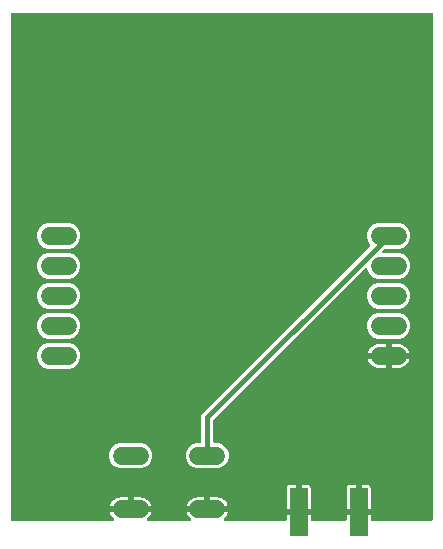
<source format=gbr>
G04 EAGLE Gerber RS-274X export*
G75*
%MOMM*%
%FSLAX34Y34*%
%LPD*%
%INBottom Copper*%
%IPPOS*%
%AMOC8*
5,1,8,0,0,1.08239X$1,22.5*%
G01*
%ADD10C,1.524000*%
%ADD11R,1.524000X4.064000*%
%ADD12C,0.406400*%

G36*
X96841Y533212D02*
X96841Y533212D01*
X96920Y533222D01*
X96999Y533222D01*
X97077Y533242D01*
X97157Y533252D01*
X97231Y533281D01*
X97307Y533301D01*
X97378Y533340D01*
X97453Y533369D01*
X97517Y533416D01*
X97586Y533454D01*
X97645Y533509D01*
X97710Y533556D01*
X97760Y533617D01*
X97818Y533672D01*
X97861Y533739D01*
X97912Y533801D01*
X97946Y533873D01*
X97989Y533940D01*
X98014Y534016D01*
X98048Y534089D01*
X98063Y534167D01*
X98087Y534242D01*
X98092Y534323D01*
X98107Y534401D01*
X98102Y534481D01*
X98107Y534560D01*
X98092Y534639D01*
X98087Y534719D01*
X98063Y534794D01*
X98048Y534872D01*
X98014Y534945D01*
X97989Y535021D01*
X97947Y535088D01*
X97913Y535160D01*
X97862Y535222D01*
X97819Y535290D01*
X97761Y535344D01*
X97711Y535405D01*
X97587Y535507D01*
X97587Y535508D01*
X97521Y535556D01*
X96390Y536687D01*
X95450Y537981D01*
X94724Y539406D01*
X94281Y540767D01*
X110490Y540767D01*
X110608Y540782D01*
X110727Y540789D01*
X110765Y540802D01*
X110805Y540807D01*
X110916Y540850D01*
X111029Y540887D01*
X111063Y540909D01*
X111101Y540924D01*
X111197Y540994D01*
X111298Y541057D01*
X111326Y541087D01*
X111358Y541110D01*
X111434Y541202D01*
X111516Y541289D01*
X111535Y541324D01*
X111561Y541355D01*
X111612Y541463D01*
X111669Y541567D01*
X111680Y541607D01*
X111697Y541643D01*
X111719Y541760D01*
X111749Y541875D01*
X111753Y541936D01*
X111757Y541956D01*
X111756Y541958D01*
X111757Y541959D01*
X111755Y541977D01*
X111759Y542036D01*
X111759Y543307D01*
X111761Y543307D01*
X111761Y542036D01*
X111776Y541918D01*
X111783Y541799D01*
X111796Y541761D01*
X111801Y541720D01*
X111845Y541609D01*
X111881Y541497D01*
X111903Y541462D01*
X111918Y541425D01*
X111988Y541329D01*
X112051Y541228D01*
X112081Y541200D01*
X112105Y541167D01*
X112196Y541092D01*
X112283Y541010D01*
X112318Y540990D01*
X112350Y540965D01*
X112457Y540914D01*
X112562Y540856D01*
X112601Y540846D01*
X112637Y540829D01*
X112754Y540807D01*
X112869Y540777D01*
X112930Y540773D01*
X112950Y540769D01*
X112970Y540771D01*
X113030Y540767D01*
X129239Y540767D01*
X128796Y539406D01*
X128070Y537981D01*
X127130Y536687D01*
X125999Y535556D01*
X125961Y535528D01*
X125903Y535473D01*
X125838Y535426D01*
X125787Y535365D01*
X125729Y535310D01*
X125686Y535243D01*
X125635Y535181D01*
X125601Y535109D01*
X125559Y535042D01*
X125534Y534966D01*
X125500Y534893D01*
X125485Y534815D01*
X125460Y534740D01*
X125455Y534660D01*
X125440Y534581D01*
X125445Y534501D01*
X125440Y534422D01*
X125455Y534343D01*
X125460Y534263D01*
X125485Y534188D01*
X125500Y534110D01*
X125534Y534037D01*
X125558Y533961D01*
X125601Y533894D01*
X125635Y533822D01*
X125686Y533760D01*
X125729Y533692D01*
X125787Y533638D01*
X125837Y533577D01*
X125902Y533530D01*
X125961Y533475D01*
X126030Y533436D01*
X126094Y533389D01*
X126169Y533360D01*
X126239Y533321D01*
X126316Y533301D01*
X126390Y533272D01*
X126469Y533262D01*
X126547Y533242D01*
X126703Y533232D01*
X126706Y533232D01*
X126708Y533232D01*
X161805Y533256D01*
X161884Y533266D01*
X161963Y533266D01*
X162041Y533286D01*
X162121Y533296D01*
X162195Y533325D01*
X162271Y533345D01*
X162342Y533383D01*
X162416Y533413D01*
X162481Y533459D01*
X162550Y533498D01*
X162609Y533553D01*
X162674Y533600D01*
X162724Y533661D01*
X162782Y533715D01*
X162825Y533783D01*
X162876Y533845D01*
X162910Y533917D01*
X162953Y533984D01*
X162978Y534060D01*
X163012Y534133D01*
X163027Y534211D01*
X163051Y534286D01*
X163056Y534366D01*
X163071Y534445D01*
X163066Y534524D01*
X163071Y534604D01*
X163056Y534682D01*
X163051Y534763D01*
X163027Y534838D01*
X163012Y534916D01*
X162978Y534989D01*
X162953Y535065D01*
X162911Y535132D01*
X162877Y535204D01*
X162826Y535266D01*
X162783Y535334D01*
X162725Y535388D01*
X162674Y535449D01*
X162551Y535551D01*
X162550Y535552D01*
X162545Y535556D01*
X161414Y536687D01*
X160474Y537981D01*
X159748Y539406D01*
X159305Y540767D01*
X175514Y540767D01*
X175632Y540782D01*
X175751Y540789D01*
X175789Y540802D01*
X175829Y540807D01*
X175940Y540850D01*
X176053Y540887D01*
X176087Y540909D01*
X176125Y540924D01*
X176221Y540994D01*
X176322Y541057D01*
X176350Y541087D01*
X176382Y541110D01*
X176458Y541202D01*
X176540Y541289D01*
X176559Y541324D01*
X176585Y541355D01*
X176636Y541463D01*
X176693Y541567D01*
X176704Y541607D01*
X176721Y541643D01*
X176743Y541760D01*
X176773Y541875D01*
X176777Y541936D01*
X176781Y541956D01*
X176780Y541958D01*
X176781Y541959D01*
X176779Y541977D01*
X176783Y542036D01*
X176783Y543307D01*
X176785Y543307D01*
X176785Y542036D01*
X176800Y541918D01*
X176807Y541799D01*
X176820Y541761D01*
X176825Y541720D01*
X176869Y541609D01*
X176905Y541497D01*
X176927Y541462D01*
X176942Y541425D01*
X177012Y541329D01*
X177075Y541228D01*
X177105Y541200D01*
X177129Y541167D01*
X177220Y541092D01*
X177307Y541010D01*
X177342Y540990D01*
X177374Y540965D01*
X177481Y540914D01*
X177586Y540856D01*
X177625Y540846D01*
X177661Y540829D01*
X177778Y540807D01*
X177893Y540777D01*
X177954Y540773D01*
X177974Y540769D01*
X177994Y540771D01*
X178054Y540767D01*
X194263Y540767D01*
X193820Y539406D01*
X193094Y537981D01*
X192154Y536687D01*
X190978Y535511D01*
X190922Y535470D01*
X190871Y535409D01*
X190814Y535354D01*
X190771Y535287D01*
X190719Y535225D01*
X190686Y535153D01*
X190643Y535086D01*
X190618Y535010D01*
X190584Y534937D01*
X190569Y534859D01*
X190545Y534784D01*
X190540Y534703D01*
X190525Y534625D01*
X190529Y534545D01*
X190524Y534466D01*
X190539Y534387D01*
X190544Y534307D01*
X190569Y534232D01*
X190584Y534154D01*
X190618Y534081D01*
X190643Y534005D01*
X190685Y533938D01*
X190719Y533866D01*
X190770Y533804D01*
X190813Y533736D01*
X190871Y533682D01*
X190921Y533621D01*
X190986Y533573D01*
X191045Y533518D01*
X191114Y533480D01*
X191179Y533433D01*
X191253Y533404D01*
X191323Y533365D01*
X191400Y533345D01*
X191474Y533316D01*
X191554Y533306D01*
X191631Y533286D01*
X191787Y533276D01*
X191790Y533276D01*
X191792Y533276D01*
X242571Y533310D01*
X242689Y533325D01*
X242807Y533332D01*
X242846Y533345D01*
X242886Y533350D01*
X242997Y533394D01*
X243109Y533430D01*
X243144Y533452D01*
X243182Y533467D01*
X243278Y533537D01*
X243378Y533600D01*
X243406Y533630D01*
X243439Y533654D01*
X243515Y533746D01*
X243596Y533832D01*
X243616Y533868D01*
X243642Y533899D01*
X243692Y534007D01*
X243750Y534110D01*
X243760Y534150D01*
X243777Y534187D01*
X243799Y534304D01*
X243829Y534418D01*
X243833Y534479D01*
X243837Y534499D01*
X243835Y534520D01*
X243839Y534579D01*
X243839Y538481D01*
X252730Y538481D01*
X252848Y538496D01*
X252967Y538503D01*
X253005Y538516D01*
X253045Y538521D01*
X253156Y538564D01*
X253269Y538601D01*
X253304Y538623D01*
X253341Y538638D01*
X253437Y538708D01*
X253538Y538771D01*
X253566Y538801D01*
X253598Y538825D01*
X253674Y538916D01*
X253756Y539003D01*
X253775Y539038D01*
X253801Y539069D01*
X253852Y539177D01*
X253909Y539281D01*
X253920Y539321D01*
X253937Y539357D01*
X253959Y539474D01*
X253989Y539589D01*
X253993Y539650D01*
X253997Y539670D01*
X253995Y539690D01*
X253999Y539750D01*
X253999Y541021D01*
X254001Y541021D01*
X254001Y539750D01*
X254016Y539632D01*
X254023Y539513D01*
X254036Y539475D01*
X254041Y539435D01*
X254085Y539324D01*
X254121Y539211D01*
X254143Y539176D01*
X254158Y539139D01*
X254228Y539043D01*
X254291Y538942D01*
X254321Y538914D01*
X254345Y538881D01*
X254436Y538806D01*
X254523Y538724D01*
X254558Y538704D01*
X254590Y538679D01*
X254697Y538628D01*
X254801Y538570D01*
X254841Y538560D01*
X254877Y538543D01*
X254994Y538521D01*
X255109Y538491D01*
X255170Y538487D01*
X255190Y538483D01*
X255210Y538485D01*
X255270Y538481D01*
X264161Y538481D01*
X264161Y534594D01*
X264176Y534476D01*
X264183Y534357D01*
X264196Y534319D01*
X264201Y534279D01*
X264245Y534168D01*
X264281Y534054D01*
X264303Y534020D01*
X264318Y533983D01*
X264388Y533887D01*
X264452Y533786D01*
X264481Y533758D01*
X264504Y533726D01*
X264597Y533650D01*
X264684Y533568D01*
X264719Y533549D01*
X264749Y533523D01*
X264858Y533472D01*
X264962Y533415D01*
X265001Y533405D01*
X265037Y533388D01*
X265154Y533365D01*
X265270Y533335D01*
X265330Y533332D01*
X265349Y533328D01*
X265370Y533329D01*
X265431Y533325D01*
X293371Y533344D01*
X293489Y533359D01*
X293607Y533366D01*
X293646Y533379D01*
X293686Y533384D01*
X293797Y533428D01*
X293909Y533464D01*
X293944Y533486D01*
X293982Y533501D01*
X294078Y533571D01*
X294178Y533635D01*
X294206Y533664D01*
X294239Y533688D01*
X294315Y533780D01*
X294396Y533866D01*
X294416Y533902D01*
X294442Y533933D01*
X294492Y534041D01*
X294550Y534145D01*
X294560Y534184D01*
X294577Y534221D01*
X294599Y534338D01*
X294629Y534453D01*
X294633Y534513D01*
X294637Y534534D01*
X294635Y534554D01*
X294639Y534613D01*
X294639Y538481D01*
X303530Y538481D01*
X303648Y538496D01*
X303767Y538503D01*
X303805Y538516D01*
X303845Y538521D01*
X303956Y538564D01*
X304069Y538601D01*
X304104Y538623D01*
X304141Y538638D01*
X304237Y538708D01*
X304338Y538771D01*
X304366Y538801D01*
X304398Y538825D01*
X304474Y538916D01*
X304556Y539003D01*
X304575Y539038D01*
X304601Y539069D01*
X304652Y539177D01*
X304709Y539281D01*
X304720Y539321D01*
X304737Y539357D01*
X304759Y539474D01*
X304789Y539589D01*
X304793Y539650D01*
X304797Y539670D01*
X304795Y539690D01*
X304799Y539750D01*
X304799Y541021D01*
X304801Y541021D01*
X304801Y539750D01*
X304816Y539632D01*
X304823Y539513D01*
X304836Y539475D01*
X304841Y539435D01*
X304885Y539324D01*
X304921Y539211D01*
X304943Y539176D01*
X304958Y539139D01*
X305028Y539043D01*
X305091Y538942D01*
X305121Y538914D01*
X305145Y538881D01*
X305236Y538806D01*
X305323Y538724D01*
X305358Y538704D01*
X305390Y538679D01*
X305497Y538628D01*
X305601Y538570D01*
X305641Y538560D01*
X305677Y538543D01*
X305794Y538521D01*
X305909Y538491D01*
X305970Y538487D01*
X305990Y538483D01*
X306010Y538485D01*
X306070Y538481D01*
X314961Y538481D01*
X314961Y534629D01*
X314976Y534510D01*
X314983Y534391D01*
X314996Y534353D01*
X315001Y534313D01*
X315045Y534202D01*
X315081Y534088D01*
X315103Y534055D01*
X315118Y534017D01*
X315188Y533921D01*
X315252Y533820D01*
X315281Y533792D01*
X315304Y533760D01*
X315397Y533684D01*
X315484Y533602D01*
X315519Y533583D01*
X315549Y533557D01*
X315658Y533506D01*
X315762Y533449D01*
X315801Y533439D01*
X315837Y533422D01*
X315954Y533399D01*
X316070Y533369D01*
X316130Y533366D01*
X316149Y533362D01*
X316170Y533363D01*
X316231Y533359D01*
X366271Y533393D01*
X366389Y533408D01*
X366507Y533415D01*
X366546Y533428D01*
X366586Y533433D01*
X366697Y533477D01*
X366809Y533513D01*
X366844Y533535D01*
X366882Y533550D01*
X366978Y533620D01*
X367078Y533684D01*
X367106Y533713D01*
X367139Y533737D01*
X367215Y533829D01*
X367296Y533915D01*
X367316Y533951D01*
X367342Y533982D01*
X367392Y534090D01*
X367450Y534194D01*
X367460Y534233D01*
X367477Y534270D01*
X367499Y534387D01*
X367529Y534502D01*
X367533Y534562D01*
X367537Y534583D01*
X367535Y534603D01*
X367539Y534662D01*
X367539Y962552D01*
X367524Y962671D01*
X367517Y962790D01*
X367504Y962828D01*
X367499Y962868D01*
X367455Y962979D01*
X367419Y963093D01*
X367397Y963126D01*
X367382Y963164D01*
X367312Y963260D01*
X367248Y963361D01*
X367219Y963388D01*
X367196Y963421D01*
X367103Y963497D01*
X367016Y963579D01*
X366981Y963598D01*
X366951Y963624D01*
X366842Y963675D01*
X366738Y963732D01*
X366699Y963742D01*
X366663Y963759D01*
X366546Y963782D01*
X366430Y963811D01*
X366370Y963815D01*
X366351Y963819D01*
X366330Y963818D01*
X366269Y963822D01*
X11429Y963583D01*
X11311Y963568D01*
X11193Y963561D01*
X11154Y963548D01*
X11114Y963543D01*
X11003Y963499D01*
X10891Y963463D01*
X10856Y963441D01*
X10818Y963426D01*
X10722Y963356D01*
X10622Y963292D01*
X10594Y963263D01*
X10561Y963239D01*
X10485Y963147D01*
X10404Y963061D01*
X10384Y963025D01*
X10358Y962994D01*
X10308Y962886D01*
X10250Y962782D01*
X10240Y962743D01*
X10223Y962706D01*
X10201Y962589D01*
X10171Y962474D01*
X10167Y962414D01*
X10163Y962393D01*
X10165Y962373D01*
X10161Y962314D01*
X10161Y534424D01*
X10176Y534305D01*
X10183Y534186D01*
X10196Y534148D01*
X10201Y534108D01*
X10245Y533997D01*
X10281Y533883D01*
X10303Y533850D01*
X10318Y533812D01*
X10388Y533716D01*
X10452Y533615D01*
X10481Y533588D01*
X10504Y533555D01*
X10597Y533479D01*
X10684Y533397D01*
X10719Y533378D01*
X10749Y533352D01*
X10858Y533301D01*
X10962Y533244D01*
X11001Y533234D01*
X11037Y533217D01*
X11154Y533194D01*
X11270Y533165D01*
X11330Y533161D01*
X11349Y533157D01*
X11370Y533158D01*
X11431Y533154D01*
X96841Y533212D01*
G37*
%LPC*%
G36*
X167042Y577849D02*
X167042Y577849D01*
X163121Y579473D01*
X160119Y582475D01*
X158495Y586396D01*
X158495Y590640D01*
X160119Y594561D01*
X163121Y597563D01*
X167042Y599187D01*
X170434Y599187D01*
X170552Y599202D01*
X170671Y599209D01*
X170709Y599222D01*
X170750Y599227D01*
X170860Y599270D01*
X170973Y599307D01*
X171008Y599329D01*
X171045Y599344D01*
X171141Y599413D01*
X171242Y599477D01*
X171270Y599507D01*
X171303Y599530D01*
X171379Y599622D01*
X171460Y599709D01*
X171480Y599744D01*
X171505Y599775D01*
X171556Y599883D01*
X171614Y599987D01*
X171624Y600027D01*
X171641Y600063D01*
X171663Y600180D01*
X171693Y600295D01*
X171697Y600355D01*
X171701Y600375D01*
X171699Y600396D01*
X171703Y600456D01*
X171703Y622295D01*
X172477Y624162D01*
X174085Y625770D01*
X314356Y766041D01*
X314429Y766135D01*
X314508Y766224D01*
X314526Y766260D01*
X314551Y766292D01*
X314598Y766402D01*
X314652Y766508D01*
X314661Y766547D01*
X314677Y766584D01*
X314696Y766702D01*
X314722Y766818D01*
X314721Y766858D01*
X314727Y766898D01*
X314716Y767017D01*
X314712Y767136D01*
X314701Y767175D01*
X314697Y767215D01*
X314657Y767327D01*
X314624Y767441D01*
X314603Y767476D01*
X314590Y767514D01*
X314523Y767613D01*
X314462Y767715D01*
X314422Y767761D01*
X314411Y767777D01*
X314396Y767791D01*
X314356Y767836D01*
X313535Y768657D01*
X311911Y772578D01*
X311911Y776822D01*
X313535Y780743D01*
X316537Y783745D01*
X320458Y785369D01*
X339942Y785369D01*
X343863Y783745D01*
X346865Y780743D01*
X348489Y776822D01*
X348489Y772578D01*
X346865Y768657D01*
X343863Y765655D01*
X339942Y764031D01*
X327242Y764031D01*
X327144Y764019D01*
X327045Y764016D01*
X326987Y763999D01*
X326927Y763991D01*
X326835Y763955D01*
X326740Y763927D01*
X326687Y763897D01*
X326631Y763874D01*
X326551Y763816D01*
X326466Y763766D01*
X326390Y763700D01*
X326374Y763688D01*
X326366Y763678D01*
X326345Y763660D01*
X324821Y762135D01*
X324736Y762026D01*
X324647Y761919D01*
X324638Y761900D01*
X324626Y761884D01*
X324571Y761757D01*
X324511Y761631D01*
X324508Y761611D01*
X324499Y761592D01*
X324478Y761454D01*
X324452Y761318D01*
X324453Y761298D01*
X324450Y761278D01*
X324463Y761139D01*
X324471Y761001D01*
X324477Y760982D01*
X324479Y760962D01*
X324527Y760830D01*
X324569Y760699D01*
X324580Y760681D01*
X324587Y760662D01*
X324665Y760547D01*
X324739Y760430D01*
X324754Y760416D01*
X324766Y760399D01*
X324870Y760307D01*
X324971Y760212D01*
X324989Y760202D01*
X325004Y760189D01*
X325128Y760125D01*
X325250Y760058D01*
X325269Y760053D01*
X325287Y760044D01*
X325423Y760014D01*
X325558Y759979D01*
X325586Y759977D01*
X325598Y759974D01*
X325618Y759975D01*
X325718Y759969D01*
X339942Y759969D01*
X343863Y758345D01*
X346865Y755343D01*
X348489Y751422D01*
X348489Y747178D01*
X346865Y743257D01*
X343863Y740255D01*
X339942Y738631D01*
X320458Y738631D01*
X316537Y740255D01*
X313535Y743257D01*
X312038Y746871D01*
X312014Y746914D01*
X311997Y746961D01*
X311935Y747052D01*
X311881Y747147D01*
X311846Y747183D01*
X311818Y747224D01*
X311736Y747297D01*
X311659Y747376D01*
X311617Y747402D01*
X311580Y747435D01*
X311482Y747485D01*
X311388Y747542D01*
X311341Y747557D01*
X311297Y747579D01*
X311189Y747603D01*
X311084Y747636D01*
X311035Y747638D01*
X310986Y747649D01*
X310876Y747646D01*
X310767Y747651D01*
X310718Y747641D01*
X310668Y747639D01*
X310563Y747609D01*
X310455Y747587D01*
X310411Y747565D01*
X310363Y747551D01*
X310268Y747495D01*
X310170Y747447D01*
X310132Y747415D01*
X310089Y747389D01*
X309968Y747283D01*
X182236Y619551D01*
X182176Y619473D01*
X182108Y619401D01*
X182079Y619348D01*
X182042Y619300D01*
X182002Y619209D01*
X181954Y619122D01*
X181939Y619064D01*
X181915Y619008D01*
X181900Y618910D01*
X181875Y618814D01*
X181869Y618714D01*
X181865Y618694D01*
X181867Y618682D01*
X181865Y618654D01*
X181865Y600456D01*
X181880Y600338D01*
X181887Y600219D01*
X181900Y600181D01*
X181905Y600140D01*
X181948Y600030D01*
X181985Y599917D01*
X182007Y599882D01*
X182022Y599845D01*
X182091Y599749D01*
X182155Y599648D01*
X182185Y599620D01*
X182208Y599587D01*
X182300Y599511D01*
X182387Y599430D01*
X182422Y599410D01*
X182453Y599385D01*
X182561Y599334D01*
X182665Y599276D01*
X182705Y599266D01*
X182741Y599249D01*
X182858Y599227D01*
X182973Y599197D01*
X183033Y599193D01*
X183053Y599189D01*
X183074Y599191D01*
X183134Y599187D01*
X186526Y599187D01*
X190447Y597563D01*
X193449Y594561D01*
X195073Y590640D01*
X195073Y586396D01*
X193449Y582475D01*
X190447Y579473D01*
X186526Y577849D01*
X167042Y577849D01*
G37*
%LPD*%
%LPC*%
G36*
X41058Y764031D02*
X41058Y764031D01*
X37137Y765655D01*
X34135Y768657D01*
X32511Y772578D01*
X32511Y776822D01*
X34135Y780743D01*
X37137Y783745D01*
X41058Y785369D01*
X60542Y785369D01*
X64463Y783745D01*
X67465Y780743D01*
X69089Y776822D01*
X69089Y772578D01*
X67465Y768657D01*
X64463Y765655D01*
X60542Y764031D01*
X41058Y764031D01*
G37*
%LPD*%
%LPC*%
G36*
X41058Y738631D02*
X41058Y738631D01*
X37137Y740255D01*
X34135Y743257D01*
X32511Y747178D01*
X32511Y751422D01*
X34135Y755343D01*
X37137Y758345D01*
X41058Y759969D01*
X60542Y759969D01*
X64463Y758345D01*
X67465Y755343D01*
X69089Y751422D01*
X69089Y747178D01*
X67465Y743257D01*
X64463Y740255D01*
X60542Y738631D01*
X41058Y738631D01*
G37*
%LPD*%
%LPC*%
G36*
X320458Y713231D02*
X320458Y713231D01*
X316537Y714855D01*
X313535Y717857D01*
X311911Y721778D01*
X311911Y726022D01*
X313535Y729943D01*
X316537Y732945D01*
X320458Y734569D01*
X339942Y734569D01*
X343863Y732945D01*
X346865Y729943D01*
X348489Y726022D01*
X348489Y721778D01*
X346865Y717857D01*
X343863Y714855D01*
X339942Y713231D01*
X320458Y713231D01*
G37*
%LPD*%
%LPC*%
G36*
X41058Y713231D02*
X41058Y713231D01*
X37137Y714855D01*
X34135Y717857D01*
X32511Y721778D01*
X32511Y726022D01*
X34135Y729943D01*
X37137Y732945D01*
X41058Y734569D01*
X60542Y734569D01*
X64463Y732945D01*
X67465Y729943D01*
X69089Y726022D01*
X69089Y721778D01*
X67465Y717857D01*
X64463Y714855D01*
X60542Y713231D01*
X41058Y713231D01*
G37*
%LPD*%
%LPC*%
G36*
X320458Y687831D02*
X320458Y687831D01*
X316537Y689455D01*
X313535Y692457D01*
X311911Y696378D01*
X311911Y700622D01*
X313535Y704543D01*
X316537Y707545D01*
X320458Y709169D01*
X339942Y709169D01*
X343863Y707545D01*
X346865Y704543D01*
X348489Y700622D01*
X348489Y696378D01*
X346865Y692457D01*
X343863Y689455D01*
X339942Y687831D01*
X320458Y687831D01*
G37*
%LPD*%
%LPC*%
G36*
X41058Y687831D02*
X41058Y687831D01*
X37137Y689455D01*
X34135Y692457D01*
X32511Y696378D01*
X32511Y700622D01*
X34135Y704543D01*
X37137Y707545D01*
X41058Y709169D01*
X60542Y709169D01*
X64463Y707545D01*
X67465Y704543D01*
X69089Y700622D01*
X69089Y696378D01*
X67465Y692457D01*
X64463Y689455D01*
X60542Y687831D01*
X41058Y687831D01*
G37*
%LPD*%
%LPC*%
G36*
X41058Y662431D02*
X41058Y662431D01*
X37137Y664055D01*
X34135Y667057D01*
X32511Y670978D01*
X32511Y675222D01*
X34135Y679143D01*
X37137Y682145D01*
X41058Y683769D01*
X60542Y683769D01*
X64463Y682145D01*
X67465Y679143D01*
X69089Y675222D01*
X69089Y670978D01*
X67465Y667057D01*
X64463Y664055D01*
X60542Y662431D01*
X41058Y662431D01*
G37*
%LPD*%
%LPC*%
G36*
X102018Y577849D02*
X102018Y577849D01*
X98097Y579473D01*
X95095Y582475D01*
X93471Y586396D01*
X93471Y590640D01*
X95095Y594561D01*
X98097Y597563D01*
X102018Y599187D01*
X121502Y599187D01*
X125423Y597563D01*
X128425Y594561D01*
X130049Y590640D01*
X130049Y586396D01*
X128425Y582475D01*
X125423Y579473D01*
X121502Y577849D01*
X102018Y577849D01*
G37*
%LPD*%
%LPC*%
G36*
X307339Y543559D02*
X307339Y543559D01*
X307339Y563881D01*
X312754Y563881D01*
X313401Y563708D01*
X313980Y563373D01*
X314453Y562900D01*
X314788Y562321D01*
X314961Y561674D01*
X314961Y543559D01*
X307339Y543559D01*
G37*
%LPD*%
%LPC*%
G36*
X256539Y543559D02*
X256539Y543559D01*
X256539Y563881D01*
X261954Y563881D01*
X262601Y563708D01*
X263180Y563373D01*
X263653Y562900D01*
X263988Y562321D01*
X264161Y561674D01*
X264161Y543559D01*
X256539Y543559D01*
G37*
%LPD*%
%LPC*%
G36*
X294639Y543559D02*
X294639Y543559D01*
X294639Y561674D01*
X294812Y562321D01*
X295147Y562900D01*
X295620Y563373D01*
X296199Y563708D01*
X296846Y563881D01*
X302261Y563881D01*
X302261Y543559D01*
X294639Y543559D01*
G37*
%LPD*%
%LPC*%
G36*
X243839Y543559D02*
X243839Y543559D01*
X243839Y561674D01*
X244012Y562321D01*
X244347Y562900D01*
X244820Y563373D01*
X245399Y563708D01*
X246046Y563881D01*
X251461Y563881D01*
X251461Y543559D01*
X243839Y543559D01*
G37*
%LPD*%
%LPC*%
G36*
X114299Y545845D02*
X114299Y545845D01*
X114299Y553467D01*
X120180Y553467D01*
X121759Y553217D01*
X123280Y552722D01*
X124705Y551996D01*
X125847Y551167D01*
X125999Y551056D01*
X127130Y549925D01*
X128070Y548631D01*
X128796Y547206D01*
X129239Y545845D01*
X114299Y545845D01*
G37*
%LPD*%
%LPC*%
G36*
X179323Y545845D02*
X179323Y545845D01*
X179323Y553467D01*
X185204Y553467D01*
X186783Y553217D01*
X188304Y552722D01*
X189729Y551996D01*
X190871Y551167D01*
X191023Y551056D01*
X192154Y549925D01*
X193094Y548631D01*
X193820Y547206D01*
X194263Y545845D01*
X179323Y545845D01*
G37*
%LPD*%
%LPC*%
G36*
X332739Y675639D02*
X332739Y675639D01*
X332739Y683261D01*
X338620Y683261D01*
X340199Y683011D01*
X341720Y682516D01*
X343145Y681790D01*
X344439Y680850D01*
X345570Y679719D01*
X346510Y678425D01*
X347236Y677000D01*
X347679Y675639D01*
X332739Y675639D01*
G37*
%LPD*%
%LPC*%
G36*
X312721Y675639D02*
X312721Y675639D01*
X313164Y677000D01*
X313890Y678425D01*
X314830Y679719D01*
X315961Y680850D01*
X317255Y681790D01*
X318680Y682516D01*
X320201Y683011D01*
X321780Y683261D01*
X327661Y683261D01*
X327661Y675639D01*
X312721Y675639D01*
G37*
%LPD*%
%LPC*%
G36*
X94281Y545845D02*
X94281Y545845D01*
X94724Y547206D01*
X95450Y548631D01*
X96390Y549925D01*
X97521Y551056D01*
X98815Y551996D01*
X100240Y552722D01*
X101761Y553217D01*
X103340Y553467D01*
X109221Y553467D01*
X109221Y545845D01*
X94281Y545845D01*
G37*
%LPD*%
%LPC*%
G36*
X159305Y545845D02*
X159305Y545845D01*
X159748Y547206D01*
X160474Y548631D01*
X161414Y549925D01*
X162545Y551056D01*
X163839Y551996D01*
X165264Y552722D01*
X166785Y553217D01*
X168364Y553467D01*
X174245Y553467D01*
X174245Y545845D01*
X159305Y545845D01*
G37*
%LPD*%
%LPC*%
G36*
X332739Y662939D02*
X332739Y662939D01*
X332739Y670561D01*
X347679Y670561D01*
X347236Y669200D01*
X346510Y667775D01*
X345570Y666481D01*
X344439Y665350D01*
X343145Y664410D01*
X341720Y663684D01*
X340199Y663189D01*
X338620Y662939D01*
X332739Y662939D01*
G37*
%LPD*%
%LPC*%
G36*
X321780Y662939D02*
X321780Y662939D01*
X320201Y663189D01*
X318680Y663684D01*
X317255Y664410D01*
X315961Y665350D01*
X314830Y666481D01*
X313890Y667775D01*
X313164Y669200D01*
X312721Y670561D01*
X327661Y670561D01*
X327661Y662939D01*
X321780Y662939D01*
G37*
%LPD*%
%LPC*%
G36*
X330199Y673099D02*
X330199Y673099D01*
X330199Y673101D01*
X330201Y673101D01*
X330201Y673099D01*
X330199Y673099D01*
G37*
%LPD*%
D10*
X322580Y774700D02*
X337820Y774700D01*
X337820Y749300D02*
X322580Y749300D01*
X322580Y723900D02*
X337820Y723900D01*
X337820Y698500D02*
X322580Y698500D01*
X322580Y673100D02*
X337820Y673100D01*
X58420Y673100D02*
X43180Y673100D01*
X43180Y698500D02*
X58420Y698500D01*
X58420Y723900D02*
X43180Y723900D01*
X43180Y749300D02*
X58420Y749300D01*
X58420Y774700D02*
X43180Y774700D01*
X104140Y588518D02*
X119380Y588518D01*
X119380Y543306D02*
X104140Y543306D01*
X169164Y588518D02*
X184404Y588518D01*
X184404Y543306D02*
X169164Y543306D01*
D11*
X254000Y541020D03*
X304800Y541020D03*
D12*
X176784Y621284D02*
X330200Y774700D01*
X176784Y621284D02*
X176784Y588518D01*
M02*

</source>
